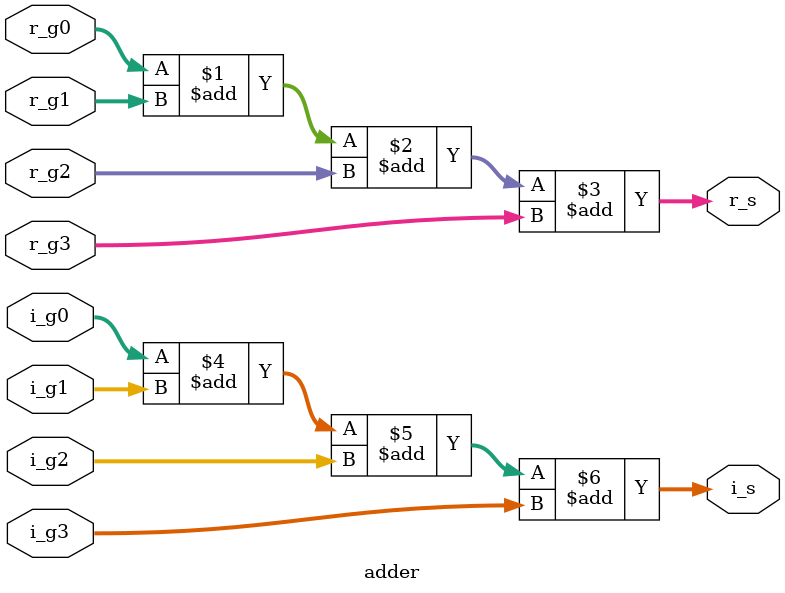
<source format=v>
`timescale 1ns / 1ps


module adder(r_g0, i_g0, r_g1, i_g1, r_g2, i_g2, r_g3, i_g3, r_s, i_s);
input signed [11:0] r_g0, i_g0, r_g1, i_g1, r_g2, i_g2, r_g3, i_g3;
output signed [11:0] r_s, i_s;
assign r_s = r_g0 + r_g1 + r_g2 + r_g3;
assign i_s = i_g0 + i_g1 + i_g2 + i_g3;
endmodule

</source>
